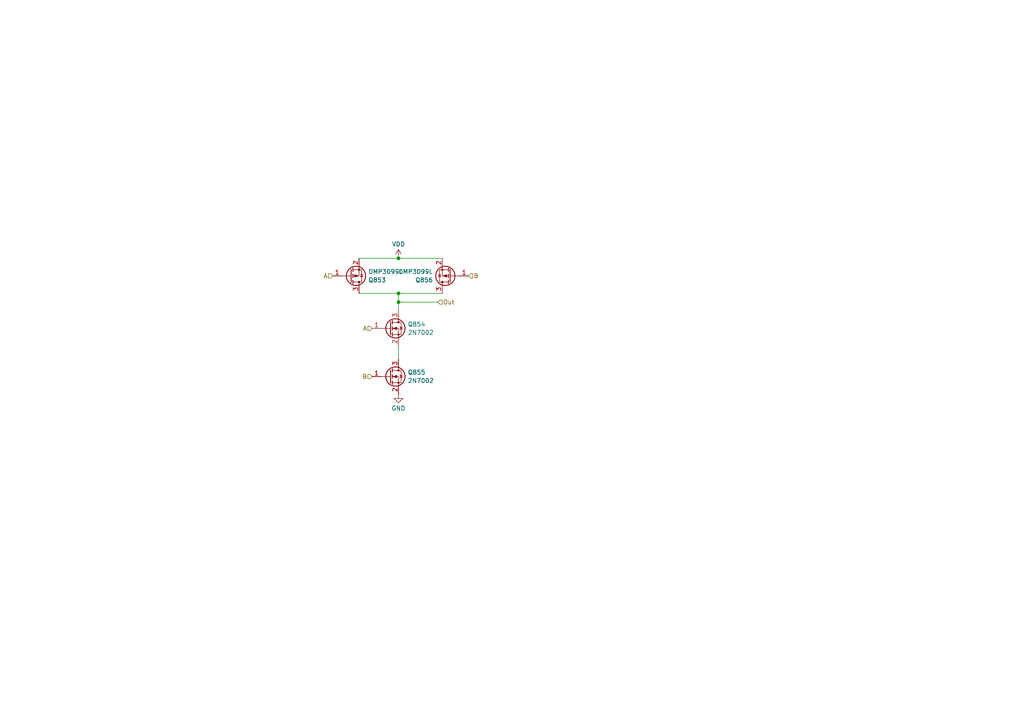
<source format=kicad_sch>
(kicad_sch (version 20250114) (generator "eeschema") (generator_version "9.0")
  (paper "A4")
  (lib_symbols
    (symbol "Transistor_FET:2N7002" (pin_names (offset 0) (hide yes))
      (property "Reference" "Q" (at 5.08 1.905 0))
      (property "Value" "2N7002" (at 5.08 0 0))
      (symbol "2N7002_0_1"
        (polyline (pts (xy 0.254 1.905) (xy 0.254 -1.905)) (stroke (width 0.254)))
        (polyline (pts (xy 0.254 0) (xy -2.54 0)))
        (polyline (pts (xy 0.762 2.286) (xy 0.762 1.27)) (stroke (width 0.254)))
        (polyline (pts (xy 0.762 0.508) (xy 0.762 -0.508)) (stroke (width 0.254)))
        (polyline (pts (xy 0.762 -1.27) (xy 0.762 -2.286)) (stroke (width 0.254)))
        (polyline (pts (xy 0.762 -1.778) (xy 3.302 -1.778) (xy 3.302 1.778) (xy 0.762 1.778)))
        (polyline (pts (xy 1.016 0) (xy 2.032 0.381) (xy 2.032 -0.381) (xy 1.016 0)) (fill (type outline)))
        (circle (center 1.651 0) (radius 2.794) (stroke (width 0.254)))
        (polyline (pts (xy 2.54 2.54) (xy 2.54 1.778)))
        (circle (center 2.54 1.778) (radius 0.254) (fill (type outline)))
        (circle (center 2.54 -1.778) (radius 0.254) (fill (type outline)))
        (polyline (pts (xy 2.54 -2.54) (xy 2.54 0) (xy 0.762 0)))
        (polyline (pts (xy 2.921 0.381) (xy 3.683 0.381)))
        (polyline (pts (xy 3.302 0.381) (xy 2.921 -0.254) (xy 3.683 -0.254) (xy 3.302 0.381)))
      )
      (symbol "2N7002_1_1"
        (pin input line (at -5.08 0 0) (length 2.54) (name "G") (number "1"))
        (pin passive line (at 2.54 5.08 270) (length 2.54) (name "D") (number "3"))
        (pin passive line (at 2.54 -5.08 90) (length 2.54) (name "S") (number "2"))
      )
    )
    (symbol "Transistor_FET:DMP3099L" (pin_names (offset 0) (hide yes))
      (property "Reference" "Q" (at 5.08 1.905 0))
      (property "Value" "DMP3099L" (at 5.08 0 0))
      (symbol "DMP3099L_0_1"
        (polyline (pts (xy 0.254 1.905) (xy 0.254 -1.905)) (stroke (width 0.254)))
        (polyline (pts (xy 0.254 0) (xy -2.54 0)))
        (polyline (pts (xy 0.762 2.286) (xy 0.762 1.27)) (stroke (width 0.254)))
        (polyline (pts (xy 0.762 1.778) (xy 3.302 1.778) (xy 3.302 -1.778) (xy 0.762 -1.778)))
        (polyline (pts (xy 0.762 0.508) (xy 0.762 -0.508)) (stroke (width 0.254)))
        (polyline (pts (xy 0.762 -1.27) (xy 0.762 -2.286)) (stroke (width 0.254)))
        (circle (center 1.651 0) (radius 2.794) (stroke (width 0.254)))
        (polyline (pts (xy 2.286 0) (xy 1.27 0.381) (xy 1.27 -0.381) (xy 2.286 0)) (fill (type outline)))
        (polyline (pts (xy 2.54 2.54) (xy 2.54 1.778)))
        (circle (center 2.54 1.778) (radius 0.254) (fill (type outline)))
        (circle (center 2.54 -1.778) (radius 0.254) (fill (type outline)))
        (polyline (pts (xy 2.54 -2.54) (xy 2.54 0) (xy 0.762 0)))
        (polyline (pts (xy 2.921 -0.381) (xy 3.683 -0.381)))
        (polyline (pts (xy 3.302 -0.381) (xy 2.921 0.254) (xy 3.683 0.254) (xy 3.302 -0.381)))
      )
      (symbol "DMP3099L_1_1"
        (pin input line (at -5.08 0 0) (length 2.54) (name "G") (number "1"))
        (pin passive line (at 2.54 5.08 270) (length 2.54) (name "D") (number "3"))
        (pin passive line (at 2.54 -5.08 90) (length 2.54) (name "S") (number "2"))
      )
    )
    (symbol "power:GND" (power) (pin_numbers (hide yes)) (pin_names (offset 0) (hide yes))
      (property "Value" "GND" (at 0 -3.81 0))
      (symbol "GND_0_1"
        (polyline (pts (xy 0 0) (xy 0 -1.27) (xy 1.27 -1.27) (xy 0 -2.54) (xy -1.27 -1.27) (xy 0 -1.27)))
      )
      (symbol "GND_1_1"
        (pin power_in line (at 0 0 270) (length 0) (name "~") (number "1"))
      )
    )
    (symbol "power:VDD" (power) (pin_numbers (hide yes)) (pin_names (offset 0) (hide yes))
      (property "Value" "VDD" (at 0 3.556 0))
      (symbol "VDD_0_1"
        (polyline (pts (xy -0.762 1.27) (xy 0 2.54)))
        (polyline (pts (xy 0 2.54) (xy 0.762 1.27)))
        (polyline (pts (xy 0 0) (xy 0 2.54)))
      )
      (symbol "VDD_1_1"
        (pin power_in line (at 0 0 90) (length 0) (name "~") (number "1"))
      )
    )
  )
  (junction (at 115.57 74.93))
  (junction (at 115.57 87.63))
  (junction (at 115.57 85.09))
  (wire (pts (xy 115.57 87.63) (xy 115.57 90.17)))
  (wire (pts (xy 104.14 74.93) (xy 115.57 74.93)))
  (wire (pts (xy 115.57 100.33) (xy 115.57 104.14)))
  (wire (pts (xy 104.14 85.09) (xy 115.57 85.09)))
  (wire (pts (xy 115.57 74.93) (xy 128.27 74.93)))
  (wire (pts (xy 115.57 85.09) (xy 115.57 87.63)))
  (wire (pts (xy 115.57 87.63) (xy 127 87.63)))
  (wire (pts (xy 115.57 85.09) (xy 128.27 85.09)))
  (hierarchical_label "B" (shape input) (at 135.89 80.01 0))
  (hierarchical_label "A" (shape input) (at 107.95 95.25 180))
  (hierarchical_label "A" (shape input) (at 96.52 80.01 180))
  (hierarchical_label "Out" (shape input) (at 127 87.63 0))
  (hierarchical_label "B" (shape input) (at 107.95 109.22 180))
  (symbol (lib_id "power:GND") (at 115.57 114.3 0) (unit 1)
    (property "Reference" "#PWR0217" (effects (hide yes)))
    (property "Value" "GND" (at 115.57 118.4331 0))
    (property "Description" "Power symbol creates a global label with name \"GND\" , ground" (effects (hide yes)))
    (instances (project "transistor-clock" (path "" (reference "#PWR0321") (unit 1)) (path "" (reference "#PWR0313") (unit 1)) (path "" (reference "#PWR0289") (unit 1)) (path "" (reference "#PWR0297") (unit 1)) (path "" (reference "#PWR0287") (unit 1)) (path "" (reference "#PWR0219") (unit 1)) (path "" (reference "#PWR0227") (unit 1)) (path "" (reference "#PWR0217") (unit 1)) (path "" (reference "#PWR0251") (unit 1)) (path "" (reference "#PWR0243") (unit 1)) (path "" (reference "#PWR0263") (unit 1)) (path "" (reference "#PWR0271") (unit 1)) (path "" (reference "#PWR0261") (unit 1))))
  )
  (symbol (lib_id "power:VDD") (at 115.57 74.93 0) (unit 1)
    (property "Reference" "#PWR0216" (effects (hide yes)))
    (property "Value" "VDD" (at 115.57 70.7969 0))
    (property "Description" "Power symbol creates a global label with name \"VDD\"" (effects (hide yes)))
    (instances (project "transistor-clock" (path "" (reference "#PWR0320") (unit 1)) (path "" (reference "#PWR0312") (unit 1)) (path "" (reference "#PWR0288") (unit 1)) (path "" (reference "#PWR0296") (unit 1)) (path "" (reference "#PWR0286") (unit 1)) (path "" (reference "#PWR0218") (unit 1)) (path "" (reference "#PWR0226") (unit 1)) (path "" (reference "#PWR0216") (unit 1)) (path "" (reference "#PWR0250") (unit 1)) (path "" (reference "#PWR0242") (unit 1)) (path "" (reference "#PWR0262") (unit 1)) (path "" (reference "#PWR0270") (unit 1)) (path "" (reference "#PWR0260") (unit 1))))
  )
  (symbol (lib_id "Transistor_FET:2N7002") (at 113.03 109.22 0) (unit 1)
    (property "Reference" "Q559" (at 118.237 108.0078 0) (effects (justify left)))
    (property "Value" "2N7002" (at 118.237 110.4321 0) (effects (justify left)))
    (property "Footprint" "Package_TO_SOT_SMD:SOT-23" (effects (hide yes)))
    (property "Datasheet" "https://www.onsemi.com/pub/Collateral/NDS7002A-D.PDF" (effects (hide yes)))
    (property "Description" "0.115A Id, 60V Vds, N-Channel MOSFET, SOT-23" (effects (hide yes)))
    (instances (project "transistor-clock" (path "" (reference "Q855") (unit 1)) (path "" (reference "Q831") (unit 1)) (path "" (reference "Q763") (unit 1)) (path "" (reference "Q785") (unit 1)) (path "" (reference "Q759") (unit 1)) (path "" (reference "Q563") (unit 1)) (path "" (reference "Q585") (unit 1)) (path "" (reference "Q559") (unit 1)) (path "" (reference "Q655") (unit 1)) (path "" (reference "Q631") (unit 1)) (path "" (reference "Q689") (unit 1)) (path "" (reference "Q711") (unit 1)) (path "" (reference "Q685") (unit 1))))
  )
  (symbol (lib_id "Transistor_FET:DMP3099L") (at 130.81 80.01 180) (unit 1)
    (property "Reference" "Q560" (at 125.603 81.2222 0) (effects (justify left)))
    (property "Value" "DMP3099L" (at 125.603 78.7979 0) (effects (justify left)))
    (property "Footprint" "Package_TO_SOT_SMD:SOT-23" (effects (hide yes)))
    (property "Datasheet" "https://www.diodes.com/assets/Datasheets/DMP3099L.pdf" (effects (hide yes)))
    (property "Description" "-3.8A Id, -30V Vds, P-Channel MOSFET, SOT-23" (effects (hide yes)))
    (instances (project "transistor-clock" (path "" (reference "Q856") (unit 1)) (path "" (reference "Q832") (unit 1)) (path "" (reference "Q764") (unit 1)) (path "" (reference "Q786") (unit 1)) (path "" (reference "Q760") (unit 1)) (path "" (reference "Q564") (unit 1)) (path "" (reference "Q586") (unit 1)) (path "" (reference "Q560") (unit 1)) (path "" (reference "Q656") (unit 1)) (path "" (reference "Q632") (unit 1)) (path "" (reference "Q690") (unit 1)) (path "" (reference "Q712") (unit 1)) (path "" (reference "Q686") (unit 1))))
  )
  (symbol (lib_id "Transistor_FET:2N7002") (at 113.03 95.25 0) (unit 1)
    (property "Reference" "Q558" (at 118.237 94.0378 0) (effects (justify left)))
    (property "Value" "2N7002" (at 118.237 96.4621 0) (effects (justify left)))
    (property "Footprint" "Package_TO_SOT_SMD:SOT-23" (effects (hide yes)))
    (property "Datasheet" "https://www.onsemi.com/pub/Collateral/NDS7002A-D.PDF" (effects (hide yes)))
    (property "Description" "0.115A Id, 60V Vds, N-Channel MOSFET, SOT-23" (effects (hide yes)))
    (instances (project "transistor-clock" (path "" (reference "Q854") (unit 1)) (path "" (reference "Q830") (unit 1)) (path "" (reference "Q762") (unit 1)) (path "" (reference "Q784") (unit 1)) (path "" (reference "Q758") (unit 1)) (path "" (reference "Q562") (unit 1)) (path "" (reference "Q584") (unit 1)) (path "" (reference "Q558") (unit 1)) (path "" (reference "Q654") (unit 1)) (path "" (reference "Q630") (unit 1)) (path "" (reference "Q688") (unit 1)) (path "" (reference "Q710") (unit 1)) (path "" (reference "Q684") (unit 1))))
  )
  (symbol (lib_id "Transistor_FET:DMP3099L") (at 101.6 80.01 0) (mirror x) (unit 1)
    (property "Reference" "Q557" (at 106.807 81.2222 0) (effects (justify left)))
    (property "Value" "DMP3099L" (at 106.807 78.7979 0) (effects (justify left)))
    (property "Footprint" "Package_TO_SOT_SMD:SOT-23" (effects (hide yes)))
    (property "Datasheet" "https://www.diodes.com/assets/Datasheets/DMP3099L.pdf" (effects (hide yes)))
    (property "Description" "-3.8A Id, -30V Vds, P-Channel MOSFET, SOT-23" (effects (hide yes)))
    (instances (project "transistor-clock" (path "" (reference "Q853") (unit 1)) (path "" (reference "Q829") (unit 1)) (path "" (reference "Q761") (unit 1)) (path "" (reference "Q783") (unit 1)) (path "" (reference "Q757") (unit 1)) (path "" (reference "Q561") (unit 1)) (path "" (reference "Q583") (unit 1)) (path "" (reference "Q557") (unit 1)) (path "" (reference "Q653") (unit 1)) (path "" (reference "Q629") (unit 1)) (path "" (reference "Q687") (unit 1)) (path "" (reference "Q709") (unit 1)) (path "" (reference "Q683") (unit 1))))
  )
)
</source>
